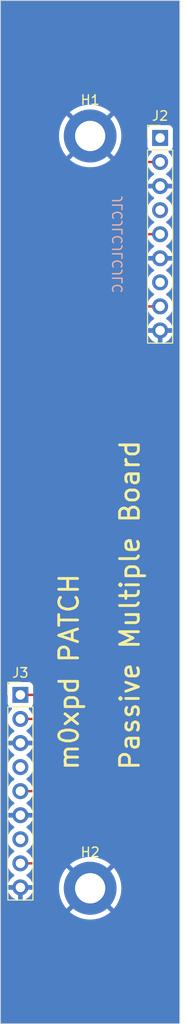
<source format=kicad_pcb>
(kicad_pcb (version 20221018) (generator pcbnew)
  (layers (0 "F.Cu" signal) (31 "B.Cu" signal) (34 "B.Paste" user) (35 "F.Paste" user) (36 "B.SilkS" user "B.Silkscreen") (37 "F.SilkS" user "F.Silkscreen") (38 "B.Mask" user) (39 "F.Mask" user) (44 "Edge.Cuts" user))
  (net 0 "")
  (net 1 "GND")
  (net 3 "Net-(J2-Pin_2)")
  (net 6 "Net-(J3-Pin_2)")
  (footprint "Connector_PinHeader_2.54mm:PinHeader_1x09_P2.54mm_Vertical" (layer "F.Cu") (at 102.11 123.29)
    (fp_text reference "J3" (at 0 -2.33) (layer "F.SilkS"))
    (fp_text value "Conn_01x09" hide)
    (fp_line (start -1.33 -1.33) (end 0 -1.33) (stroke (width 0.12)) (layer "F.SilkS"))
    (fp_line (start -1.33 0) (end -1.33 -1.33) (stroke (width 0.12)) (layer "F.SilkS"))
    (fp_line (start -1.33 1.27) (end -1.33 21.65) (stroke (width 0.12)) (layer "F.SilkS"))
    (fp_line (start -1.33 1.27) (end 1.33 1.27) (stroke (width 0.12)) (layer "F.SilkS"))
    (fp_line (start -1.33 21.65) (end 1.33 21.65) (stroke (width 0.12)) (layer "F.SilkS"))
    (fp_line (start 1.33 1.27) (end 1.33 21.65) (stroke (width 0.12)) (layer "F.SilkS"))
    (pad "1" thru_hole rect (at 0 0) (size 1.7 1.7) (drill 1) (layers "*.Cu" "*.Mask") (net 3 "Net-(J2-Pin_2)"))
    (pad "2" thru_hole oval (at 0 2.54) (size 1.7 1.7) (drill 1) (layers "*.Cu" "*.Mask") (net 6 "Net-(J3-Pin_2)"))
    (pad "3" thru_hole oval (at 0 5.08) (size 1.7 1.7) (drill 1) (layers "*.Cu" "*.Mask") (net 1 "GND"))
    (pad "4" thru_hole oval (at 0 7.62) (size 1.7 1.7) (drill 1) (layers "*.Cu" "*.Mask"))
    (pad "5" thru_hole oval (at 0 10.16) (size 1.7 1.7) (drill 1) (layers "*.Cu" "*.Mask") (net 6 "Net-(J3-Pin_2)"))
    (pad "6" thru_hole oval (at 0 12.7) (size 1.7 1.7) (drill 1) (layers "*.Cu" "*.Mask") (net 1 "GND"))
    (pad "7" thru_hole oval (at 0 15.24) (size 1.7 1.7) (drill 1) (layers "*.Cu" "*.Mask"))
    (pad "8" thru_hole oval (at 0 17.78) (size 1.7 1.7) (drill 1) (layers "*.Cu" "*.Mask") (net 6 "Net-(J3-Pin_2)"))
    (pad "9" thru_hole oval (at 0 20.32) (size 1.7 1.7) (drill 1) (layers "*.Cu" "*.Mask") (net 1 "GND"))
  )
  (footprint "Connector_PinHeader_2.54mm:PinHeader_1x09_P2.54mm_Vertical" (layer "F.Cu") (at 116.91 64.51)
    (fp_text reference "J2" (at 0 -2.33) (layer "F.SilkS"))
    (fp_text value "Conn_01x09" hide)
    (fp_line (start -1.33 -1.33) (end 0 -1.33) (stroke (width 0.12)) (layer "F.SilkS"))
    (fp_line (start -1.33 0) (end -1.33 -1.33) (stroke (width 0.12)) (layer "F.SilkS"))
    (fp_line (start -1.33 1.27) (end -1.33 21.65) (stroke (width 0.12)) (layer "F.SilkS"))
    (fp_line (start -1.33 1.27) (end 1.33 1.27) (stroke (width 0.12)) (layer "F.SilkS"))
    (fp_line (start -1.33 21.65) (end 1.33 21.65) (stroke (width 0.12)) (layer "F.SilkS"))
    (fp_line (start 1.33 1.27) (end 1.33 21.65) (stroke (width 0.12)) (layer "F.SilkS"))
    (pad "1" thru_hole rect (at 0 0) (size 1.7 1.7) (drill 1) (layers "*.Cu" "*.Mask"))
    (pad "2" thru_hole oval (at 0 2.54) (size 1.7 1.7) (drill 1) (layers "*.Cu" "*.Mask") (net 3 "Net-(J2-Pin_2)"))
    (pad "3" thru_hole oval (at 0 5.08) (size 1.7 1.7) (drill 1) (layers "*.Cu" "*.Mask") (net 1 "GND"))
    (pad "4" thru_hole oval (at 0 7.62) (size 1.7 1.7) (drill 1) (layers "*.Cu" "*.Mask"))
    (pad "5" thru_hole oval (at 0 10.16) (size 1.7 1.7) (drill 1) (layers "*.Cu" "*.Mask") (net 3 "Net-(J2-Pin_2)"))
    (pad "6" thru_hole oval (at 0 12.7) (size 1.7 1.7) (drill 1) (layers "*.Cu" "*.Mask") (net 1 "GND"))
    (pad "7" thru_hole oval (at 0 15.24) (size 1.7 1.7) (drill 1) (layers "*.Cu" "*.Mask"))
    (pad "8" thru_hole oval (at 0 17.78) (size 1.7 1.7) (drill 1) (layers "*.Cu" "*.Mask") (net 3 "Net-(J2-Pin_2)"))
    (pad "9" thru_hole oval (at 0 20.32) (size 1.7 1.7) (drill 1) (layers "*.Cu" "*.Mask") (net 1 "GND"))
  )
  (footprint "MountingHole:MountingHole_3.2mm_M3_DIN965_Pad_TopBottom" (layer "F.Cu") (at 109.5 64.3)
    (fp_text reference "H1" (at 0 -3.8) (layer "F.SilkS"))
    (fp_text value "MountingHole_Pad" hide)
    (pad "1" thru_hole circle (at 0 0) (size 3.6 3.6) (drill 3.2) (layers "*.Cu" "*.Mask") (net 1 "GND"))
    (pad "1" connect circle (at 0 0) (size 5.6 5.6) (layers "F.Cu" "F.Mask") (net 1 "GND"))
    (pad "1" connect circle (at 0 0) (size 5.6 5.6) (layers "B.Cu" "B.Mask") (net 1 "GND"))
  )
  (footprint "MountingHole:MountingHole_3.2mm_M3_DIN965_Pad_TopBottom" (layer "F.Cu") (at 109.5 143.7)
    (fp_text reference "H2" (at 0 -3.8) (layer "F.SilkS"))
    (fp_text value "MountingHole_Pad" hide)
    (pad "1" thru_hole circle (at 0 0) (size 3.6 3.6) (drill 3.2) (layers "*.Cu" "*.Mask") (net 1 "GND"))
    (pad "1" connect circle (at 0 0) (size 5.6 5.6) (layers "F.Cu" "F.Mask") (net 1 "GND"))
    (pad "1" connect circle (at 0 0) (size 5.6 5.6) (layers "B.Cu" "B.Mask") (net 1 "GND"))
  )
  (gr_line (start 119 158) (end 100 158) (stroke (width 0.1)) (layer "Edge.Cuts"))
  (gr_line (start 119 50) (end 119 158) (stroke (width 0.1)) (layer "Edge.Cuts"))
  (gr_line (start 100 50) (end 119 50) (stroke (width 0.1)) (layer "Edge.Cuts"))
  (gr_line (start 100 158) (end 100 50) (stroke (width 0.1)) (layer "Edge.Cuts"))
  (gr_text "JLCJLCJLCJLC" (at 113 70.5 90) (layer "B.SilkS") (effects (font (size 1 1)) (justify left bottom mirror)))
  (gr_text "m0xpd PATCH \n\nPassive Multiple Board" (at 114.87 131.39 90) (layer "F.SilkS") (effects (font (size 2 2) (thickness 0.3) bold) (justify left bottom)))
  (segment (start 116.91 74.67) (end 114.83 74.67) (width 0.25) (layer "F.Cu") (net 3))
  (segment (start 114.95 67.05) (end 114 68) (width 0.25) (layer "F.Cu") (net 3))
  (segment (start 110 87.08) (end 114.79 82.29) (width 0.25) (layer "F.Cu") (net 3))
  (segment (start 114 74) (end 114.67 74.67) (width 0.25) (layer "F.Cu") (net 3))
  (segment (start 114 68) (end 114 74) (width 0.25) (layer "F.Cu") (net 3))
  (segment (start 114.67 74.67) (end 115 74.67) (width 0.25) (layer "F.Cu") (net 3))
  (segment (start 110 118.5) (end 110 87.08) (width 0.25) (layer "F.Cu") (net 3))
  (segment (start 102.11 123.29) (end 105.21 123.29) (width 0.25) (layer "F.Cu") (net 3))
  (segment (start 114 81.5) (end 114.79 82.29) (width 0.25) (layer "F.Cu") (net 3))
  (segment (start 114 75.5) (end 114 81.5) (width 0.25) (layer "F.Cu") (net 3))
  (segment (start 115 74.67) (end 116.91 74.67) (width 0.25) (layer "F.Cu") (net 3))
  (segment (start 114.83 74.67) (end 114 75.5) (width 0.25) (layer "F.Cu") (net 3))
  (segment (start 116.91 67.05) (end 114.95 67.05) (width 0.25) (layer "F.Cu") (net 3))
  (segment (start 105.21 123.29) (end 110 118.5) (width 0.25) (layer "F.Cu") (net 3))
  (segment (start 114.79 82.29) (end 116.91 82.29) (width 0.25) (layer "F.Cu") (net 3))
  (segment (start 105 126.5) (end 105 133.5) (width 0.25) (layer "F.Cu") (net 6))
  (segment (start 102.11 125.83) (end 104.33 125.83) (width 0.25) (layer "F.Cu") (net 6))
  (segment (start 104.33 125.83) (end 105 126.5) (width 0.25) (layer "F.Cu") (net 6))
  (segment (start 105 133.5) (end 105 139.5) (width 0.25) (layer "F.Cu") (net 6))
  (segment (start 105 139.5) (end 103.43 141.07) (width 0.25) (layer "F.Cu") (net 6))
  (segment (start 102.11 133.45) (end 104.95 133.45) (width 0.25) (layer "F.Cu") (net 6))
  (segment (start 103.43 141.07) (end 102.11 141.07) (width 0.25) (layer "F.Cu") (net 6))
  (segment (start 104.95 133.45) (end 105 133.5) (width 0.25) (layer "F.Cu") (net 6))
  (zone (net 1) (net_name "GND") (layer "B.Cu") (connect_pads (clearance 0.5)) (min_thickness 0.25) (fill yes (thermal_gap 0.5) (thermal_bridge_width 0.5))
    (polygon (pts (xy 100 50) (xy 119 50) (xy 119 158) (xy 100 158)))
  )
)
</source>
